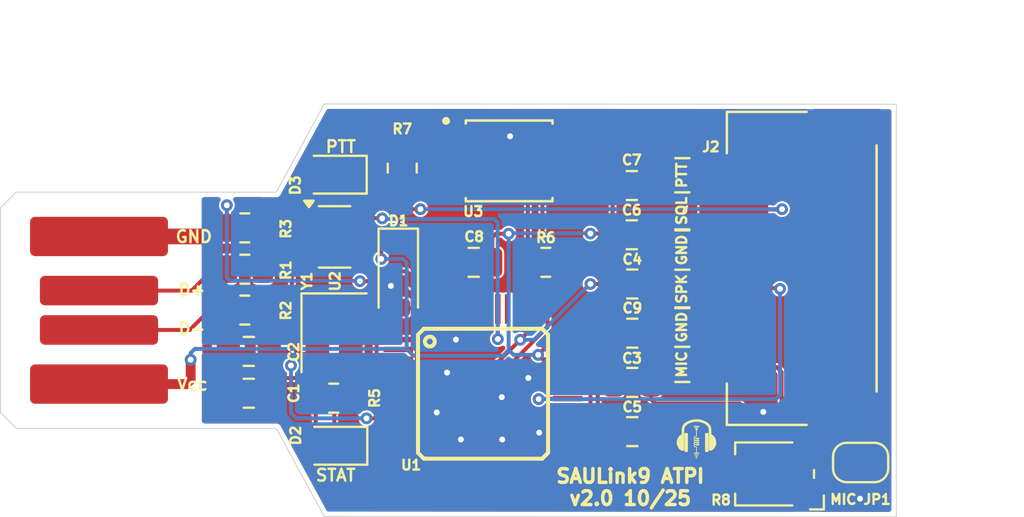
<source format=kicad_pcb>
(kicad_pcb (version 20241229) (generator "pcbnew") (generator_version "9.0")
  (layers (0 "F.Cu" signal) (2 "B.Cu" signal) (13 "F.Paste" user) (15 "B.Paste" user) (5 "F.SilkS" user "F.Silkscreen") (7 "B.SilkS" user "B.Silkscreen") (1 "F.Mask" user) (3 "B.Mask" user) (25 "Edge.Cuts" user))
  (net 0 "")
  (net 1 "Net-(C1-Pad2)")
  (net 2 "Net-(C2-Pad1)")
  (net 3 "Net-(C3-Pad1)")
  (net 4 "Net-(J2-Pad3)")
  (net 5 "Net-(C5-Pad1)")
  (net 6 "Net-(J1-VBUS)")
  (net 7 "Net-(C9-Pad1)")
  (net 8 "Net-(D1-K)")
  (net 9 "Net-(D1-A)")
  (net 10 "Net-(D2-A)")
  (net 11 "Net-(J1-D-)")
  (net 12 "GND")
  (net 13 "Net-(R1-Pad1)")
  (net 14 "Net-(R2-Pad2)")
  (net 15 "Net-(J1-D+)")
  (net 18 "Net-(JP1-A)")
  (net 24 "Net-(R5-Pad2)")
  (net 25 "Net-(R3-Pad2)")
  (net 27 "Net-(U1-Pad42)")
  (net 44 "Net-(J2-Pad6)")
  (net 45 "Net-(R6-Pad1)")
  (net 46 "Net-(R6-Pad2)")
  (net 47 "Net-(JP1-B)")
  (net 48 "Net-(C4-Pad1)")
  (net 49 "Net-(D3-A)")
  (footprint "LOGO" (layer "F.Cu") (at 142.31 95.17)
    (property "Reference" "G10" (hide yes))
    (property "Value" "LOGO" (hide yes))
  )
  (footprint "Capacitor_SMD:C_0805_2012Metric" (layer "F.Cu") (at 139.051252 94.801748)
    (property "Reference" "C5" (at 0 -1.25 0) (layer "F.SilkS") (effects (font (size 0.5 0.5) (thickness 0.125))))
    (property "Value" "4.7uF")
    (pad "1" smd roundrect (at -0.95 0) (size 1 1.45) (layers "F.Cu" "F.Mask" "F.Paste") (net 5 "Net-(C5-Pad1)"))
    (pad "2" smd roundrect (at 0.95 0) (size 1 1.45) (layers "F.Cu" "F.Mask" "F.Paste") (net 12 "GND"))
  )
  (footprint "Resistor_SMD:R_0805_2012Metric" (layer "F.Cu") (at 119.388752 84.451748)
    (property "Reference" "R3" (at 2.0875 0.05 90) (layer "F.SilkS") (effects (font (size 0.5 0.5) (thickness 0.125))))
    (property "Value" "1k5")
    (pad "1" smd roundrect (at -0.9125 0) (size 1.025 1.4) (layers "F.Cu" "F.Mask" "F.Paste") (roundrect_rratio 0.243902) (net 48 "Net-(C4-Pad1)"))
    (pad "2" smd roundrect (at 0.9125 0) (size 1.025 1.4) (layers "F.Cu" "F.Mask" "F.Paste") (roundrect_rratio 0.243902) (net 25 "Net-(R3-Pad2)"))
  )
  (footprint "Resistor_SMD:R_0805_2012Metric" (layer "F.Cu") (at 134.663752 86.201748)
    (property "Reference" "R6" (at 0 -1.25 0) (layer "F.SilkS") (effects (font (size 0.5 0.5) (thickness 0.125))))
    (property "Value" "820")
    (pad "1" smd roundrect (at -0.9125 0) (size 1.025 1.4) (layers "F.Cu" "F.Mask" "F.Paste") (roundrect_rratio 0.243902) (net 45 "Net-(R6-Pad1)"))
    (pad "2" smd roundrect (at 0.9125 0) (size 1.025 1.4) (layers "F.Cu" "F.Mask" "F.Paste") (roundrect_rratio 0.243902) (net 46 "Net-(R6-Pad2)"))
  )
  (footprint "Resistor_SMD:R_0805_2012Metric" (layer "F.Cu") (at 119.388752 88.626748)
    (property "Reference" "R2" (at 2.0875 0.025 90) (layer "F.SilkS") (effects (font (size 0.5 0.5) (thickness 0.125))))
    (property "Value" "22")
    (pad "1" smd roundrect (at -0.9125 0) (size 1.025 1.4) (layers "F.Cu" "F.Mask" "F.Paste") (roundrect_rratio 0.243902) (net 11 "Net-(J1-D-)"))
    (pad "2" smd roundrect (at 0.9125 0) (size 1.025 1.4) (layers "F.Cu" "F.Mask" "F.Paste") (roundrect_rratio 0.243902) (net 14 "Net-(R2-Pad2)"))
  )
  (footprint "Capacitor_SMD:C_0805_2012Metric" (layer "F.Cu") (at 131.001252 86.201748 180)
    (property "Reference" "C8" (at -0.025 1.3 0) (layer "F.SilkS") (effects (font (size 0.5 0.5) (thickness 0.125))))
    (property "Value" "4.7uF")
    (pad "1" smd roundrect (at -0.95 0 180) (size 1 1.45) (layers "F.Cu" "F.Mask" "F.Paste") (net 6 "Net-(J1-VBUS)"))
    (pad "2" smd roundrect (at 0.95 0 180) (size 1 1.45) (layers "F.Cu" "F.Mask" "F.Paste") (net 12 "GND"))
  )
  (footprint "Connector_USB_PCB_Edge:USB_A_PCB_Edge_receptacle" (layer "F.Cu") (at 111.987252 88.637748)
    (property "Reference" "J1" (hide yes))
    (property "Value" "USB_A_PCB_Edge_receptacle")
    (fp_line (start -5 -5.2) (end -5 5.2) (stroke (width 0.05)) (layer "Edge.Cuts"))
    (fp_line (start -5 -5.2) (end -4.2 -6) (stroke (width 0.05)) (layer "Edge.Cuts"))
    (fp_line (start -5 5.2) (end -4.2 6) (stroke (width 0.05)) (layer "Edge.Cuts"))
    (fp_line (start 9 -6) (end -4.2 -6) (stroke (width 0.05)) (layer "Edge.Cuts"))
    (fp_line (start 9 6) (end -4.2 6) (stroke (width 0.05)) (layer "Edge.Cuts"))
    (pad "1" smd roundrect (at 0 3.75) (size 7 2) (layers "F.Cu" "F.Mask") (roundrect_rratio 0.125) (net 6 "Net-(J1-VBUS)"))
    (pad "2" smd roundrect (at 0 1) (size 6 1.5) (layers "F.Cu" "F.Mask") (roundrect_rratio 0.1666666667) (net 11 "Net-(J1-D-)"))
    (pad "3" smd roundrect (at 0 -1) (size 6 1.5) (layers "F.Cu" "F.Mask") (roundrect_rratio 0.1666666667) (net 15 "Net-(J1-D+)"))
    (pad "4" smd roundrect (at 0 -3.75) (size 7 2) (layers "F.Cu" "F.Mask") (roundrect_rratio 0.125) (net 12 "GND"))
  )
  (footprint "Jumper:SolderJumper-2_P1.3mm_Open_RoundedPad1.0x1.5mm" (layer "F.Cu") (at 150.64 96.37 180)
    (property "Reference" "JP1" (hide yes))
    (property "Value" "SolderJumper_2_Open")
    (pad "1" smd custom (at -0.65 0 180) (size 1 0.5) (layers "F.Cu" "F.Mask") (net 18 "Net-(JP1-A)") (options (clearance outline) (anchor rect)) (primitives (gr_circle (center 0 0.25) (end 0.5 0.25) (width 0) (fill yes)) (gr_circle (center 0 -0.25) (end 0.5 -0.25) (width 0) (fill yes)) (gr_poly (pts (xy 0.5 0.75) (xy 0 0.75) (xy 0 -0.75) (xy 0.5 -0.75)) (width 0) (fill yes))))
    (pad "2" smd custom (at 0.65 0 180) (size 1 0.5) (layers "F.Cu" "F.Mask") (net 47 "Net-(JP1-B)") (options (clearance outline) (anchor rect)) (primitives (gr_circle (center 0 0.25) (end 0.5 0.25) (width 0) (fill yes)) (gr_circle (center 0 -0.25) (end 0.5 -0.25) (width 0) (fill yes)) (gr_poly (pts (xy 0 0.75) (xy -0.5 0.75) (xy -0.5 -0.75) (xy 0 -0.75)) (width 0) (fill yes))))
  )
  (footprint "Potentiometer_SMD:Potentiometer_Bourns_TC33X_Vertical" (layer "F.Cu") (at 146.1732 96.9532 180)
    (property "Reference" "R8" (at 2.6214 -1.3236 0) (layer "F.SilkS") (effects (font (size 0.5 0.5) (thickness 0.125))))
    (property "Value" "100k")
    (pad "1" smd rect (at -1.8 -1 180) (size 1.2 1.2) (layers "F.Cu" "F.Mask" "F.Paste") (net 18 "Net-(JP1-A)"))
    (pad "2" smd rect (at 1.45 0 180) (size 1.5 1.6) (layers "F.Cu" "F.Mask" "F.Paste") (net 47 "Net-(JP1-B)"))
    (pad "3" smd rect (at -1.8 1 180) (size 1.2 1.2) (layers "F.Cu" "F.Mask" "F.Paste") (net 12 "GND"))
  )
  (footprint "Resistor_SMD:R_0805_2012Metric" (layer "F.Cu") (at 127.376252 81.414248 -90)
    (property "Reference" "R7" (at -1.9875 0 0) (layer "F.SilkS") (effects (font (size 0.5 0.5) (thickness 0.125))))
    (property "Value" "1.5k")
    (pad "1" smd roundrect (at -0.9125 0 270) (size 1.025 1.4) (layers "F.Cu" "F.Mask" "F.Paste") (roundrect_rratio 0.243902) (net 49 "Net-(D3-A)"))
    (pad "2" smd roundrect (at 0.9125 0 270) (size 1.025 1.4) (layers "F.Cu" "F.Mask" "F.Paste") (roundrect_rratio 0.243902) (net 45 "Net-(R6-Pad1)"))
  )
  (footprint "Capacitor_SMD:C_0805_2012Metric" (layer "F.Cu") (at 139.051252 87.301748)
    (property "Reference" "C4" (at 0 -1.25 0) (layer "F.SilkS") (effects (font (size 0.5 0.5) (thickness 0.125))))
    (property "Value" "4.7uF")
    (pad "1" smd roundrect (at -0.95 0) (size 1 1.45) (layers "F.Cu" "F.Mask" "F.Paste") (net 48 "Net-(C4-Pad1)"))
    (pad "2" smd roundrect (at 0.95 0) (size 1 1.45) (layers "F.Cu" "F.Mask" "F.Paste") (net 12 "GND"))
  )
  (footprint "Capacitor_SMD:C_0805_2012Metric_Pad1.18x1.45mm_HandSolder" (layer "F.Cu") (at 119.588752 90.726748 180)
    (property "Reference" "C2" (at -2.2875 -0.025 90) (layer "F.SilkS") (effects (font (size 0.5 0.5) (thickness 0.125))))
    (property "Value" "20pF")
    (pad "1" smd roundrect (at -1.0375 0 180) (size 1.175 1.45) (layers "F.Cu" "F.Mask" "F.Paste") (roundrect_rratio 0.212766) (net 2 "Net-(C2-Pad1)"))
    (pad "2" smd roundrect (at 1.0375 0 180) (size 1.175 1.45) (layers "F.Cu" "F.Mask" "F.Paste") (roundrect_rratio 0.212766) (net 12 "GND"))
  )
  (footprint "LED_SMD:LED_0805_2012Metric" (layer "F.Cu") (at 123.9175 95.52 180)
    (property "Reference" "D2" (at 1.9475 0.52 90) (layer "F.SilkS") (effects (font (size 0.5 0.5) (thickness 0.125))))
    (property "Value" "LED")
    (pad "1" smd roundrect (at -0.9375 0 180) (size 0.975 1.4) (layers "F.Cu" "F.Mask" "F.Paste") (net 12 "GND"))
    (pad "2" smd roundrect (at 0.9375 0 180) (size 0.975 1.4) (layers "F.Cu" "F.Mask" "F.Paste") (net 10 "Net-(D2-A)"))
  )
  (footprint "Resistor_SMD:R_0805_2012Metric" (layer "F.Cu") (at 123.899852 93.101748)
    (property "Reference" "R5" (at 2.0764 0 90) (layer "F.SilkS") (effects (font (size 0.5 0.5) (thickness 0.125))))
    (property "Value" "1.5k")
    (pad "1" smd roundrect (at -0.9125 0) (size 1.025 1.4) (layers "F.Cu" "F.Mask" "F.Paste") (roundrect_rratio 0.243902) (net 10 "Net-(D2-A)"))
    (pad "2" smd roundrect (at 0.9125 0) (size 1.025 1.4) (layers "F.Cu" "F.Mask" "F.Paste") (roundrect_rratio 0.243902) (net 24 "Net-(R5-Pad2)"))
  )
  (footprint "Capacitor_SMD:C_0805_2012Metric_Pad1.18x1.45mm_HandSolder" (layer "F.Cu") (at 119.588752 92.851748)
    (property "Reference" "C1" (at 2.2875 0 90) (layer "F.SilkS") (effects (font (size 0.5 0.5) (thickness 0.125))))
    (property "Value" "20pF")
    (pad "1" smd roundrect (at -1.0375 0) (size 1.175 1.45) (layers "F.Cu" "F.Mask" "F.Paste") (roundrect_rratio 0.212766) (net 12 "GND"))
    (pad "2" smd roundrect (at 1.0375 0) (size 1.175 1.45) (layers "F.Cu" "F.Mask" "F.Paste") (roundrect_rratio 0.212766) (net 1 "Net-(C1-Pad2)"))
  )
  (footprint "Capacitor_SMD:C_0805_2012Metric" (layer "F.Cu") (at 139.051252 89.801748)
    (property "Reference" "C9" (at 0 -1.275 0) (layer "F.SilkS") (effects (font (size 0.5 0.5) (thickness 0.125))))
    (property "Value" "100nF")
    (pad "1" smd roundrect (at -0.95 0) (size 1 1.45) (layers "F.Cu" "F.Mask" "F.Paste") (net 7 "Net-(C9-Pad1)"))
    (pad "2" smd roundrect (at 0.95 0) (size 1 1.45) (layers "F.Cu" "F.Mask" "F.Paste") (net 12 "GND"))
  )
  (footprint "S6B-PH-SM4:JST_S6B-PH-SM4-TB_LF__SN_" (layer "F.Cu") (at 144.2 86.51 90)
    (property "Reference" "J2" (at 6.1732 -1.1572 0) (layer "F.SilkS") (effects (font (size 0.5 0.5) (thickness 0.125))))
    (property "Value" "S6B-PH-SM4")
    (pad "1" smd rect (at -5 0 90) (size 1 3.5) (layers "F.Cu" "F.Mask" "F.Paste") (net 18 "Net-(JP1-A)"))
    (pad "2" smd rect (at -3 0 90) (size 1 3.5) (layers "F.Cu" "F.Mask" "F.Paste") (net 12 "GND"))
    (pad "3" smd rect (at -1 0 90) (size 1 3.5) (layers "F.Cu" "F.Mask" "F.Paste") (net 4 "Net-(J2-Pad3)"))
    (pad "4" smd rect (at 1 0 90) (size 1 3.5) (layers "F.Cu" "F.Mask" "F.Paste") (net 12 "GND"))
    (pad "5" smd rect (at 3 0 90) (size 1 3.5) (layers "F.Cu" "F.Mask" "F.Paste") (net 8 "Net-(D1-K)"))
    (pad "6" smd rect (at 5 0 90) (size 1 3.5) (layers "F.Cu" "F.Mask" "F.Paste") (net 44 "Net-(J2-Pad6)"))
    (pad "S1" smd rect (at -7.35 5.75 90) (size 1.5 3.4) (layers "F.Cu" "F.Mask" "F.Paste") (net 12 "GND"))
    (pad "S2" smd rect (at 7.35 5.75 90) (size 1.5 3.4) (layers "F.Cu" "F.Mask" "F.Paste") (net 12 "GND"))
  )
  (footprint "EL357N-G-Optokoppler:OPTO_EL357N-G" (layer "F.Cu") (at 132.801252 81.046748)
    (property "Reference" "U3" (at -1.821252 2.573252 0) (layer "F.SilkS") (effects (font (size 0.5 0.5) (thickness 0.125))))
    (property "Value" "EL357N-G")
    (pad "1" smd rect (at -3.175 -1.27) (size 1.5 0.6) (layers "F.Cu" "F.Mask" "F.Paste") (net 46 "Net-(R6-Pad2)"))
    (pad "2" smd rect (at -3.175 1.27) (size 1.5 0.6) (layers "F.Cu" "F.Mask" "F.Paste") (net 12 "GND"))
    (pad "3" smd rect (at 3.175 1.27) (size 1.5 0.6) (layers "F.Cu" "F.Mask" "F.Paste") (net 12 "GND"))
    (pad "4" smd rect (at 3.175 -1.27) (size 1.5 0.6) (layers "F.Cu" "F.Mask" "F.Paste") (net 44 "Net-(J2-Pad6)"))
  )
  (footprint "LED_SMD:LED_0805_2012Metric" (layer "F.Cu") (at 123.8875 81.75 180)
    (property "Reference" "D3" (at 1.9375 -0.54 90) (layer "F.SilkS") (effects (font (size 0.5 0.5) (thickness 0.125))))
    (property "Value" "LED")
    (pad "1" smd roundrect (at -0.9375 0 180) (size 0.975 1.4) (layers "F.Cu" "F.Mask" "F.Paste") (net 12 "GND"))
    (pad "2" smd roundrect (at 0.9375 0 180) (size 0.975 1.4) (layers "F.Cu" "F.Mask" "F.Paste") (net 49 "Net-(D3-A)"))
  )
  (footprint "Resistor_SMD:R_0805_2012Metric" (layer "F.Cu") (at 119.388752 86.551748 180)
    (property "Reference" "R1" (at -2.0875 -0.05 90) (layer "F.SilkS") (effects (font (size 0.5 0.5) (thickness 0.125))))
    (property "Value" "22")
    (pad "1" smd roundrect (at -0.9125 0 180) (size 1.025 1.4) (layers "F.Cu" "F.Mask" "F.Paste") (roundrect_rratio 0.243902) (net 13 "Net-(R1-Pad1)"))
    (pad "2" smd roundrect (at 0.9125 0 180) (size 1.025 1.4) (layers "F.Cu" "F.Mask" "F.Paste") (roundrect_rratio 0.243902) (net 15 "Net-(J1-D+)"))
  )
  (footprint "Capacitor_SMD:C_0805_2012Metric" (layer "F.Cu") (at 139.026252 82.301748)
    (property "Reference" "C7" (at 0 -1.3 0) (layer "F.SilkS") (effects (font (size 0.5 0.5) (thickness 0.125))))
    (property "Value" "4.7uF")
    (pad "1" smd roundrect (at -0.95 0) (size 1 1.45) (layers "F.Cu" "F.Mask" "F.Paste") (net 6 "Net-(J1-VBUS)"))
    (pad "2" smd roundrect (at 0.95 0) (size 1 1.45) (layers "F.Cu" "F.Mask" "F.Paste") (net 12 "GND"))
  )
  (footprint "CM108B:TQFP48" (layer "F.Cu") (at 131.476252 92.876748 90)
    (property "Reference" "U1" (at -3.625 -3.65 0) (layer "F.SilkS") (effects (font (size 0.5 0.5) (thickness 0.125))))
    (property "Value" "CM108B" (hide yes))
    (pad "1" smd rect (at 2.75 -4.3 90) (size 0.28 1.5) (layers "F.Cu" "F.Mask"))
    (pad "2" smd rect (at 2.25 -4.3 90) (size 0.28 1.5) (layers "F.Cu" "F.Mask"))
    (pad "3" smd rect (at 1.75 -4.3 90) (size 0.28 1.5) (layers "F.Cu" "F.Mask"))
    (pad "4" smd rect (at 1.25 -4.3 90) (size 0.28 1.5) (layers "F.Cu" "F.Mask"))
    (pad "5" smd rect (at 0.75 -4.3 90) (size 0.28 1.5) (layers "F.Cu" "F.Mask"))
    (pad "6" smd rect (at 0.25 -4.3 90) (size 0.28 1.5) (layers "F.Cu" "F.Mask"))
    (pad "7" smd rect (at -0.25 -4.3 90) (size 0.28 1.5) (layers "F.Cu" "F.Mask") (net 48 "Net-(C4-Pad1)"))
    (pad "8" smd rect (at -0.75 -4.3 90) (size 0.28 1.5) (layers "F.Cu" "F.Mask") (net 1 "Net-(C1-Pad2)"))
    (pad "9" smd rect (at -1.25 -4.3 90) (size 0.28 1.5) (layers "F.Cu" "F.Mask") (net 2 "Net-(C2-Pad1)"))
    (pad "10" smd rect (at -1.75 -4.3 90) (size 0.28 1.5) (layers "F.Cu" "F.Mask") (net 12 "GND"))
    (pad "11" smd rect (at -2.25 -4.3 90) (size 0.28 1.5) (layers "F.Cu" "F.Mask"))
    (pad "12" smd rect (at -2.75 -4.3 90) (size 0.28 1.5) (layers "F.Cu" "F.Mask") (net 24 "Net-(R5-Pad2)"))
    (pad "13" smd rect (at -4.3 -2.75 90) (size 1.5 0.28) (layers "F.Cu" "F.Mask") (net 45 "Net-(R6-Pad1)"))
    (pad "14" smd rect (at -4.3 -2.25 90) (size 1.5 0.28) (layers "F.Cu" "F.Mask") (net 12 "GND"))
    (pad "15" smd rect (at -4.3 -1.75 90) (size 1.5 0.28) (layers "F.Cu" "F.Mask"))
    (pad "16" smd rect (at -4.3 -1.25 90) (size 1.5 0.28) (layers "F.Cu" "F.Mask") (net 12 "GND"))
    (pad "17" smd rect (at -4.3 -0.75 90) (size 1.5 0.28) (layers "F.Cu" "F.Mask"))
    (pad "18" smd rect (at -4.3 -0.25 90) (size 1.5 0.28) (layers "F.Cu" "F.Mask"))
    (pad "19" smd rect (at -4.3 0.25 90) (size 1.5 0.28) (layers "F.Cu" "F.Mask"))
    (pad "20" smd rect (at -4.3 0.75 90) (size 1.5 0.28) (layers "F.Cu" "F.Mask"))
    (pad "21" smd rect (at -4.3 1.25 90) (size 1.5 0.28) (layers "F.Cu" "F.Mask"))
    (pad "22" smd rect (at -4.3 1.75 90) (size 1.5 0.28) (layers "F.Cu" "F.Mask") (net 12 "GND"))
    (pad "23" smd rect (at -4.3 2.25 90) (size 1.5 0.28) (layers "F.Cu" "F.Mask") (net 12 "GND"))
    (pad "24" smd rect (at -4.3 2.75 90) (size 1.5 0.28) (layers "F.Cu" "F.Mask") (net 12 "GND"))
    (pad "25" smd rect (at -2.75 4.3 90) (size 0.28 1.5) (layers "F.Cu" "F.Mask"))
    (pad "26" smd rect (at -2.25 4.3 90) (size 0.28 1.5) (layers "F.Cu" "F.Mask") (net 5 "Net-(C5-Pad1)"))
    (pad "27" smd rect (at -1.75 4.3 90) (size 0.28 1.5) (layers "F.Cu" "F.Mask") (net 3 "Net-(C3-Pad1)"))
    (pad "28" smd rect (at -1.25 4.3 90) (size 0.28 1.5) (layers "F.Cu" "F.Mask"))
    (pad "29" smd rect (at -0.75 4.3 90) (size 0.28 1.5) (layers "F.Cu" "F.Mask") (net 7 "Net-(C9-Pad1)"))
    (pad "30" smd rect (at -0.25 4.3 90) (size 0.28 1.5) (layers "F.Cu" "F.Mask") (net 4 "Net-(J2-Pad3)"))
    (pad "31" smd rect (at 0.25 4.3 90) (size 0.28 1.5) (layers "F.Cu" "F.Mask"))
    (pad "32" smd rect (at 0.75 4.3 90) (size 0.28 1.5) (layers "F.Cu" "F.Mask"))
    (pad "33" smd rect (at 1.25 4.3 90) (size 0.28 1.5) (layers "F.Cu" "F.Mask") (net 12 "GND"))
    (pad "34" smd rect (at 1.75 4.3 90) (size 0.28 1.5) (layers "F.Cu" "F.Mask") (net 6 "Net-(J1-VBUS)"))
    (pad "35" smd rect (at 2.25 4.3 90) (size 0.28 1.5) (layers "F.Cu" "F.Mask") (net 6 "Net-(J1-VBUS)"))
    (pad "36" smd rect (at 2.75 4.3 90) (size 0.28 1.5) (layers "F.Cu" "F.Mask") (net 12 "GND"))
    (pad "37" smd rect (at 4.3 2.75 90) (size 1.5 0.28) (layers "F.Cu" "F.Mask") (net 48 "Net-(C4-Pad1)"))
    (pad "38" smd rect (at 4.3 2.25 90) (size 1.5 0.28) (layers "F.Cu" "F.Mask") (net 48 "Net-(C4-Pad1)"))
    (pad "39" smd rect (at 4.3 1.75 90) (size 1.5 0.28) (layers "F.Cu" "F.Mask"))
    (pad "40" smd rect (at 4.3 1.25 90) (size 1.5 0.28) (layers "F.Cu" "F.Mask"))
    (pad "41" smd rect (at 4.3 0.75 90) (size 1.5 0.28) (layers "F.Cu" "F.Mask") (net 25 "Net-(R3-Pad2)"))
    (pad "42" smd rect (at 4.3 0.25 90) (size 1.5 0.28) (layers "F.Cu" "F.Mask") (net 27 "Net-(U1-Pad42)"))
    (pad "43" smd rect (at 4.3 -0.25 90) (size 1.5 0.28) (layers "F.Cu" "F.Mask"))
    (pad "44" smd rect (at 4.3 -0.75 90) (size 1.5 0.28) (layers "F.Cu" "F.Mask"))
    (pad "45" smd rect (at 4.3 -1.25 90) (size 1.5 0.28) (layers "F.Cu" "F.Mask"))
    (pad "46" smd rect (at 4.3 -1.75 90) (size 1.5 0.28) (layers "F.Cu" "F.Mask"))
    (pad "47" smd rect (at 4.3 -2.25 90) (size 1.5 0.28) (layers "F.Cu" "F.Mask"))
    (pad "48" smd rect (at 4.3 -2.75 90) (size 1.5 0.28) (layers "F.Cu" "F.Mask") (net 9 "Net-(D1-A)"))
  )
  (footprint "Crystal:Crystal_SMD_3225-4Pin_3.2x2.5mm" (layer "F.Cu") (at 123.913452 89.782148 -90)
    (property "Reference" "Y1" (at -2.632148 1.373452 90) (layer "F.SilkS") (effects (font (size 0.5 0.5) (thickness 0.125))))
    (property "Value" "12Mhz")
    (pad "1" smd rect (at -1.1 0.85 270) (size 1.4 1.2) (layers "F.Cu" "F.Mask" "F.Paste") (net 2 "Net-(C2-Pad1)"))
    (pad "2" smd rect (at 1.1 0.85 270) (size 1.4 1.2) (layers "F.Cu" "F.Mask" "F.Paste") (net 12 "GND"))
    (pad "3" smd rect (at 1.1 -0.85 270) (size 1.4 1.2) (layers "F.Cu" "F.Mask" "F.Paste") (net 1 "Net-(C1-Pad2)"))
    (pad "4" smd rect (at -1.1 -0.85 270) (size 1.4 1.2) (layers "F.Cu" "F.Mask" "F.Paste") (net 12 "GND"))
  )
  (footprint "Capacitor_SMD:C_0805_2012Metric" (layer "F.Cu") (at 139.026252 84.801748)
    (property "Reference" "C6" (at 0 -1.25 0) (layer "F.SilkS") (effects (font (size 0.5 0.5) (thickness 0.125))))
    (property "Value" "4.7uF")
    (pad "1" smd roundrect (at -0.95 0) (size 1 1.45) (layers "F.Cu" "F.Mask" "F.Paste") (net 6 "Net-(J1-VBUS)"))
    (pad "2" smd roundrect (at 0.95 0) (size 1 1.45) (layers "F.Cu" "F.Mask" "F.Paste") (net 12 "GND"))
  )
  (footprint "Capacitor_SMD:C_0805_2012Metric" (layer "F.Cu") (at 139.051252 92.301748)
    (property "Reference" "C3" (at -0.0125 -1.225 0) (layer "F.SilkS") (effects (font (size 0.5 0.5) (thickness 0.125))))
    (property "Value" "1uF")
    (pad "1" smd roundrect (at -0.95 0) (size 1 1.45) (layers "F.Cu" "F.Mask" "F.Paste") (net 3 "Net-(C3-Pad1)"))
    (pad "2" smd roundrect (at 0.95 0) (size 1 1.45) (layers "F.Cu" "F.Mask" "F.Paste") (net 47 "Net-(JP1-B)"))
  )
  (footprint "Package_TO_SOT_SMD:SOT-23-6" (layer "F.Cu") (at 123.9425 84.91)
    (property "Reference" "U2" (at 0.0275 2.25 270) (layer "F.SilkS") (effects (font (size 0.5 0.5) (thickness 0.125))))
    (property "Value" "USBLC6")
    (pad "1" smd roundrect (at -1.1375 -0.95) (size 1.325 0.6) (layers "F.Cu" "F.Mask" "F.Paste") (net 13 "Net-(R1-Pad1)"))
    (pad "2" smd roundrect (at -1.1375 0) (size 1.325 0.6) (layers "F.Cu" "F.Mask" "F.Paste") (net 12 "GND"))
    (pad "3" smd roundrect (at -1.1375 0.95) (size 1.325 0.6) (layers "F.Cu" "F.Mask" "F.Paste") (net 14 "Net-(R2-Pad2)"))
    (pad "4" smd roundrect (at 1.1375 0.95) (size 1.325 0.6) (layers "F.Cu" "F.Mask" "F.Paste") (net 27 "Net-(U1-Pad42)"))
    (pad "5" smd roundrect (at 1.1375 0) (size 1.325 0.6) (layers "F.Cu" "F.Mask" "F.Paste") (net 6 "Net-(J1-VBUS)"))
    (pad "6" smd roundrect (at 1.1375 -0.95) (size 1.325 0.6) (layers "F.Cu" "F.Mask" "F.Paste") (net 25 "Net-(R3-Pad2)"))
  )
  (footprint "Diode_SMD:D_SOD-123" (layer "F.Cu") (at 127.176252 86.851748 -90)
    (property "Reference" "D1" (at -2.751748 -0.013748 0) (layer "F.SilkS") (effects (font (size 0.5 0.5) (thickness 0.125))))
    (property "Value" "BAT43W-V")
    (pad "1" smd roundrect (at -1.65 0 270) (size 0.9 1.2) (layers "F.Cu" "F.Mask" "F.Paste") (net 8 "Net-(D1-K)"))
    (pad "2" smd roundrect (at 1.65 0 270) (size 0.9 1.2) (layers "F.Cu" "F.Mask" "F.Paste") (net 9 "Net-(D1-A)"))
  )
  (gr_line (start 152.45 99.1275) (end 152.45 78.1725) (stroke (width 0.05)) (layer "Edge.Cuts"))
  (gr_line (start 123.417252 99.111748) (end 152.45 99.1275) (stroke (width 0.05)) (layer "Edge.Cuts"))
  (gr_line (start 120.987252 82.637748) (end 123.417252 78.156748) (stroke (width 0.05)) (layer "Edge.Cuts"))
  (gr_line (start 123.417252 78.156748) (end 152.45 78.1725) (stroke (width 0.05)) (layer "Edge.Cuts"))
  (gr_line (start 120.987252 94.637748) (end 123.417252 99.111748) (stroke (width 0.05)) (layer "Edge.Cuts"))
  (gr_text "GND" (at 116.801252 85.251748 0) (layer "F.SilkS") (effects (font (size 0.6 0.6) (thickness 0.125) (bold yes)) (justify bottom)))
  (gr_text "PTT" (at 124.26 80.68 0) (layer "F.SilkS") (effects (font (size 0.6 0.6) (thickness 0.125) (bold yes)) (justify bottom)))
  (gr_text "|SPK|GND|" (at 141.85 88.85 90) (layer "F.SilkS") (effects (font (size 0.5 0.5) (thickness 0.125) (bold yes)) (justify left bottom)))
  (gr_text "Vcc" (at 116.726252 92.751748 0) (layer "F.SilkS") (effects (font (size 0.6 0.6) (thickness 0.125) (bold yes)) (justify bottom)))
  (gr_text "|SQL|PTT| " (at 141.85 84.85 90) (layer "F.SilkS") (effects (font (size 0.5 0.5) (thickness 0.125) (bold yes)) (justify left bottom)))
  (gr_text "SAULink9 ATPI\nv2.0 10/25" (at 138.95 98.6 0) (layer "F.SilkS") (effects (font (size 0.7 0.7) (thickness 0.175) (bold yes)) (justify bottom)))
  (gr_text "MIC JP1" (at 150.63 98.54 0) (layer "F.SilkS") (effects (font (size 0.5 0.5) (thickness 0.125) (bold yes)) (justify bottom)))
  (gr_text "D+" (at 116.701252 87.951748 0) (layer "F.SilkS") (effects (font (size 0.6 0.6) (thickness 0.125) (bold yes)) (justify bottom)))
  (gr_text "D-" (at 116.701252 89.926748 0) (layer "F.SilkS") (effects (font (size 0.6 0.6) (thickness 0.125) (bold yes)) (justify bottom)))
  (gr_text "|MIC|GND|" (at 141.85 92.6 90) (layer "F.SilkS") (effects (font (size 0.5 0.5) (thickness 0.125) (bold yes)) (justify left bottom)))
  (gr_text "STAT\n" (at 124 97.37 0) (layer "F.SilkS") (effects (font (size 0.6 0.6) (thickness 0.125) (bold yes)) (justify bottom)))
  (segment (start 120.626252 92.851748) (end 121.395652 92.082348) (width 0.2) (layer "F.Cu") (net 1))
  (segment (start 125.726252 93.451748) (end 125.726252 92.301748) (width 0.2) (layer "F.Cu") (net 1))
  (segment (start 125.576252 92.151748) (end 125.033052 92.151748) (width 0.2) (layer "F.Cu") (net 1))
  (segment (start 124.563252 92.082348) (end 124.763452 91.882148) (width 0.2) (layer "F.Cu") (net 1))
  (segment (start 124.763452 90.882148) (end 124.763452 91.121648) (width 0.2) (layer "F.Cu") (net 1))
  (segment (start 124.763452 91.121648) (end 124.763452 91.361248) (width 0.2) (layer "F.Cu") (net 1))
  (segment (start 124.763452 91.382148) (end 124.763452 91.361248) (width 0.2) (layer "F.Cu") (net 1))
  (segment (start 125.033052 92.151748) (end 124.763452 91.882148) (width 0.2) (layer "F.Cu") (net 1))
  (segment (start 124.763452 91.832148) (end 124.763452 91.882148) (width 0.2) (layer "F.Cu") (net 1))
  (segment (start 127.176252 93.626748) (end 125.901252 93.626748) (width 0.2) (layer "F.Cu") (net 1))
  (segment (start 125.726252 92.301748) (end 125.576252 92.151748) (width 0.2) (layer "F.Cu") (net 1))
  (segment (start 125.901252 93.626748) (end 125.726252 93.451748) (width 0.2) (layer "F.Cu") (net 1))
  (segment (start 124.763452 91.382148) (end 124.763452 91.832148) (width 0.2) (layer "F.Cu") (net 1))
  (segment (start 121.395652 92.082348) (end 124.563252 92.082348) (width 0.2) (layer "F.Cu") (net 1))
  (segment (start 121.551252 90.726748) (end 120.626252 90.726748) (width 0.2) (layer "F.Cu") (net 2))
  (segment (start 123.063452 88.682148) (end 121.995852 88.682148) (width 0.2) (layer "F.Cu") (net 2))
  (segment (start 121.726252 90.551748) (end 121.551252 90.726748) (width 0.2) (layer "F.Cu") (net 2))
  (segment (start 121.995852 88.682148) (end 121.726252 88.951748) (width 0.2) (layer "F.Cu") (net 2))
  (segment (start 123.063452 88.682148) (end 123.001252 88.619948) (width 0.2) (layer "F.Cu") (net 2))
  (segment (start 121.551252 90.726748) (end 121.729252 90.904748) (width 0.2) (layer "F.Cu") (net 2))
  (segment (start 121.729252 90.904748) (end 121.729252 91.443048) (width 0.2) (layer "F.Cu") (net 2))
  (segment (start 127.176252 94.126748) (end 125.561752 94.126748) (width 0.2) (layer "F.Cu") (net 2))
  (segment (start 121.726252 88.951748) (end 121.726252 90.551748) (width 0.2) (layer "F.Cu") (net 2))
  (via (at 121.729252 91.443048) (size 0.6) (drill 0.3) (layers "F.Cu" "B.Cu") (net 2))
  (via (at 125.561752 94.126748) (size 0.6) (drill 0.3) (layers "F.Cu" "B.Cu") (net 2))
  (segment (start 125.561752 94.126748) (end 122.001252 94.126748) (width 0.2) (layer "B.Cu") (net 2))
  (segment (start 122.001252 94.126748) (end 121.729252 93.854748) (width 0.2) (layer "B.Cu") (net 2))
  (segment (start 121.729252 93.854748) (end 121.729252 91.443048) (width 0.2) (layer "B.Cu") (net 2))
  (segment (start 137.45 92.3) (end 137.451748 92.301748) (width 0.2) (layer "F.Cu") (net 3))
  (segment (start 137.3 92.45) (end 137.45 92.3) (width 0.2) (layer "F.Cu") (net 3))
  (segment (start 135.776252 94.626748) (end 137.123252 94.626748) (width 0.2) (layer "F.Cu") (net 3))
  (segment (start 137.123252 94.626748) (end 137.3 94.45) (width 0.2) (layer "F.Cu") (net 3))
  (segment (start 137.3 94.45) (end 137.3 92.45) (width 0.2) (layer "F.Cu") (net 3))
  (segment (start 137.451748 92.301748) (end 138.101252 92.301748) (width 0.2) (layer "F.Cu") (net 3))
  (segment (start 144.3072 87.5232) (end 144.3204 87.51) (width 0.2) (layer "F.Cu") (net 4))
  (segment (start 134.323252 93.126748) (end 135.776252 93.126748) (width 0.2) (layer "F.Cu") (net 4))
  (segment (start 134.276748 93.126748) (end 134.3 93.15) (width 0.2) (layer "F.Cu") (net 4))
  (segment (start 144.3204 87.51) (end 146.51 87.51) (width 0.2) (layer "F.Cu") (net 4))
  (segment (start 134.3 93.15) (end 134.323252 93.126748) (width 0.2) (layer "F.Cu") (net 4))
  (segment (start 146.51 87.51) (end 146.55 87.55) (width 0.2) (layer "F.Cu") (net 4))
  (via (at 134.3 93.15) (size 0.6) (drill 0.3) (layers "F.Cu" "B.Cu") (net 4))
  (via (at 146.55 87.55) (size 0.6) (drill 0.3) (layers "F.Cu" "B.Cu") (net 4))
  (segment (start 146.55 92.95) (end 146.35 93.15) (width 0.2) (layer "B.Cu") (net 4))
  (segment (start 146.35 93.15) (end 134.3 93.15) (width 0.2) (layer "B.Cu") (net 4))
  (segment (start 146.55 87.55) (end 146.55 92.95) (width 0.2) (layer "B.Cu") (net 4))
  (segment (start 135.776252 95.126748) (end 137.701252 95.126748) (width 0.2) (layer "F.Cu") (net 5))
  (segment (start 137.701252 95.126748) (end 138.026252 94.801748) (width 0.2) (layer "F.Cu") (net 5))
  (segment (start 125.08 84.91) (end 126.08 84.91) (width 0.2) (layer "F.Cu") (net 6))
  (segment (start 136.926252 84.739748) (end 137.989252 84.739748) (width 0.2) (layer "F.Cu") (net 6))
  (segment (start 132.126252 84.750496) (end 131.951252 84.925496) (width 0.2) (layer "F.Cu") (net 6))
  (segment (start 134.276252 90.901748) (end 134.501252 91.126748) (width 0.2) (layer "F.Cu") (net 6))
  (segment (start 132.776252 84.750496) (end 132.126252 84.750496) (width 0.2) (layer "F.Cu") (net 6))
  (segment (start 134.551252 90.626748) (end 135.776252 90.626748) (width 0.2) (layer "F.Cu") (net 6))
  (segment (start 126.31 85.14) (end 126.31 86.03) (width 0.2) (layer "F.Cu") (net 6))
  (segment (start 116.415252 92.387748) (end 111.987252 92.387748) (width 0.5) (layer "F.Cu") (net 6))
  (segment (start 126.08 84.91) (end 126.31 85.14) (width 0.2) (layer "F.Cu") (net 6))
  (segment (start 134.276252 90.901748) (end 134.551252 90.626748) (width 0.2) (layer "F.Cu") (net 6))
  (segment (start 138.051252 84.677748) (end 138.051252 82.301748) (width 0.2) (layer "F.Cu") (net 6))
  (segment (start 116.638752 92.164248) (end 116.415252 92.387748) (width 0.5) (layer "F.Cu") (net 6))
  (segment (start 116.638752 91.15) (end 116.638752 92.164248) (width 0.5) (layer "F.Cu") (net 6))
  (segment (start 137.989252 84.739748) (end 138.051252 84.801748) (width 0.2) (layer "F.Cu") (net 6))
  (segment (start 137.989252 84.739748) (end 138.051252 84.677748) (width 0.2) (layer "F.Cu") (net 6))
  (segment (start 134.501252 91.126748) (end 135.776252 91.126748) (width 0.2) (layer "F.Cu") (net 6))
  (segment (start 131.951252 84.925496) (end 131.951252 86.201748) (width 0.2) (layer "F.Cu") (net 6))
  (via (at 126.31 86.03) (size 0.6) (drill 0.3) (layers "F.Cu" "B.Cu") (net 6))
  (via (at 136.926252 84.739748) (size 0.6) (drill 0.3) (layers "F.Cu" "B.Cu") (net 6))
  (via (at 116.638752 91.15) (size 0.6) (drill 0.3) (layers "F.Cu" "B.Cu") (net 6))
  (via (at 132.776252 84.750496) (size 0.6) (drill 0.3) (layers "F.Cu" "B.Cu") (net 6))
  (via (at 134.276252 90.901748) (size 0.6) (drill 0.3) (layers "F.Cu" "B.Cu") (net 6))
  (segment (start 127.6 86.23) (end 127.6 90.6) (width 0.2) (layer "B.Cu") (net 6))
  (segment (start 136.926252 84.739748) (end 136.776252 84.739748) (width 0.2) (layer "B.Cu") (net 6))
  (segment (start 127.95 90.95) (end 127.6 90.6) (width 0.2) (layer "B.Cu") (net 6))
  (segment (start 133.026252 90.901748) (end 132.776252 90.651748) (width 0.2) (layer "B.Cu") (net 6))
  (segment (start 132.8 84.726748) (end 136.913252 84.726748) (width 0.2) (layer "B.Cu") (net 6))
  (segment (start 132.776252 90.651748) (end 132.478 90.95) (width 0.2) (layer "B.Cu") (net 6))
  (segment (start 116.85 90.6) (end 127.6 90.6) (width 0.2) (layer "B.Cu") (net 6))
  (segment (start 116.638752 90.811248) (end 116.85 90.6) (width 0.2) (layer "B.Cu") (net 6))
  (segment (start 126.31 86.03) (end 127.4 86.03) (width 0.2) (layer "B.Cu") (net 6))
  (segment (start 132.776252 84.750496) (end 132.8 84.726748) (width 0.2) (layer "B.Cu") (net 6))
  (segment (start 132.776252 84.750496) (end 132.776252 90.651748) (width 0.2) (layer "B.Cu") (net 6))
  (segment (start 134.276252 90.901748) (end 133.026252 90.901748) (width 0.2) (layer "B.Cu") (net 6))
  (segment (start 116.638752 91.15) (end 116.638752 90.811248) (width 0.2) (layer "B.Cu") (net 6))
  (segment (start 136.913252 84.726748) (end 136.926252 84.739748) (width 0.2) (layer "B.Cu") (net 6))
  (segment (start 127.4 86.03) (end 127.6 86.23) (width 0.2) (layer "B.Cu") (net 6))
  (segment (start 132.478 90.95) (end 127.95 90.95) (width 0.2) (layer "B.Cu") (net 6))
  (segment (start 136.926252 93.473748) (end 136.926252 90.023748) (width 0.2) (layer "F.Cu") (net 7))
  (segment (start 136.926252 90.023748) (end 137.148252 89.801748) (width 0.2) (layer "F.Cu") (net 7))
  (segment (start 137.148252 89.801748) (end 138.101252 89.801748) (width 0.2) (layer "F.Cu") (net 7))
  (segment (start 136.773252 93.626748) (end 136.926252 93.473748) (width 0.2) (layer "F.Cu") (net 7))
  (segment (start 135.776252 93.626748) (end 136.773252 93.626748) (width 0.2) (layer "F.Cu") (net 7))
  (segment (start 146.6732 83.5232) (end 146.7232 83.5232) (width 0.2) (layer "F.Cu") (net 8))
  (segment (start 146.65 83.5) (end 146.6732 83.5232) (width 0.2) (layer "F.Cu") (net 8))
  (segment (start 146.75 83.55) (end 146.7232 83.5232) (width 0.2) (layer "F.Cu") (net 8))
  (segment (start 127.4 83.5) (end 127.176252 83.723748) (width 0.2) (layer "F.Cu") (net 8))
  (segment (start 128.3 83.5) (end 127.4 83.5) (width 0.2) (layer "F.Cu") (net 8))
  (segment (start 127.176252 83.723748) (end 127.176252 85.201748) (width 0.2) (layer "F.Cu") (net 8))
  (segment (start 144.3072 83.5232) (end 146.6268 83.5232) (width 0.2) (layer "F.Cu") (net 8))
  (segment (start 146.6268 83.5232) (end 146.65 83.5) (width 0.2) (layer "F.Cu") (net 8))
  (via (at 146.65 83.5) (size 0.6) (drill 0.3) (layers "F.Cu" "B.Cu") (net 8))
  (via (at 128.3 83.5) (size 0.6) (drill 0.3) (layers "F.Cu" "B.Cu") (net 8))
  (segment (start 128.3 83.5) (end 146.65 83.5) (width 0.2) (layer "B.Cu") (net 8))
  (segment (start 127.176252 88.501748) (end 127.214504 88.54) (width 0.2) (layer "F.Cu") (net 9))
  (segment (start 128.689504 88.54) (end 128.726252 88.576748) (width 0.2) (layer "F.Cu") (net 9))
  (segment (start 127.214504 88.54) (end 128.689504 88.54) (width 0.2) (layer "F.Cu") (net 9))
  (segment (start 122.987352 95.261148) (end 122.987352 93.101748) (width 0.2) (layer "F.Cu") (net 10))
  (segment (start 122.962352 95.286148) (end 122.987352 95.261148) (width 0.2) (layer "F.Cu") (net 10))
  (segment (start 116.590252 89.637748) (end 117.601252 88.626748) (width 0.2) (layer "F.Cu") (net 11))
  (segment (start 117.601252 88.626748) (end 118.476252 88.626748) (width 0.2) (layer "F.Cu") (net 11))
  (segment (start 111.987252 89.637748) (end 116.590252 89.637748) (width 0.2) (layer "F.Cu") (net 11))
  (segment (start 124.763452 88.682148) (end 124.763452 88.638948) (width 0.2) (layer "F.Cu") (net 12))
  (segment (start 140.160552 90.388948) (end 140.176252 90.388948) (width 0.2) (layer "F.Cu") (net 12))
  (segment (start 125.7 95.52) (end 125.84 95.38) (width 0.2) (layer "F.Cu") (net 12))
  (segment (start 117.465252 84.887748) (end 117.476252 84.876748) (width 0.2) (layer "F.Cu") (net 12))
  (segment (start 125.84 94.78) (end 125.993252 94.626748) (width 0.2) (layer "F.Cu") (net 12))
  (segment (start 140.176252 89.801748) (end 139.951252 89.576748) (width 0.2) (layer "F.Cu") (net 12))
  (segment (start 111.987252 84.887748) (end 117.465252 84.887748) (width 0.8) (layer "F.Cu") (net 12))
  (segment (start 112.073252 84.801748) (end 111.987252 84.887748) (width 0.2) (layer "F.Cu") (net 12))
  (segment (start 133.226252 97.176748) (end 133.226252 96.681548) (width 0.2) (layer "F.Cu") (net 12))
  (segment (start 139.951252 82.087348) (end 139.951252 82.301748) (width 0.2) (layer "F.Cu") (net 12))
  (segment (start 125.993252 94.626748) (end 127.176252 94.626748) (width 0.2) (layer "F.Cu") (net 12))
  (segment (start 124.855 95.52) (end 125.7 95.52) (width 0.2) (layer "F.Cu") (net 12))
  (segment (start 133.726252 97.176748) (end 133.726252 96.651648) (width 0.2) (layer "F.Cu") (net 12))
  (segment (start 125.84 95.38) (end 125.84 94.78) (width 0.2) (layer "F.Cu") (net 12))
  (segment (start 134.226252 97.176748) (end 134.226252 96.651648) (width 0.2) (layer "F.Cu") (net 12))
  (segment (start 140.176252 90.388948) (end 140.176252 89.801748) (width 0.2) (layer "F.Cu") (net 12))
  (segment (start 133.226252 96.681548) (end 133.226252 96.651648) (width 0.2) (layer "F.Cu") (net 12))
  (via (at 126.8 87.4) (size 0.6) (drill 0.3) (layers "F.Cu" "B.Cu") (net 12))
  (via (at 129.651252 91.801748) (size 0.6) (drill 0.3) (layers "F.Cu" "B.Cu") (net 12))
  (via (at 145.7 93.8) (size 0.6) (drill 0.3) (layers "F.Cu" "B.Cu") (net 12))
  (via (at 150.61 98.21) (size 0.6) (drill 0.3) (layers "F.Cu" "B.Cu") (net 12))
  (via (at 130.351252 95.201748) (size 0.6) (drill 0.3) (layers "F.Cu" "B.Cu") (net 12))
  (via (at 132.426252 93.051748) (size 0.6) (drill 0.3) (layers "F.Cu" "B.Cu") (net 12))
  (via (at 129.126252 93.826748) (size 0.6) (drill 0.3) (layers "F.Cu" "B.Cu") (net 12))
  (via (at 133.776252 92.076748) (size 0.6) (drill 0.3) (layers "F.Cu" "B.Cu") (net 12))
  (via (at 132.451252 95.201748) (size 0.6) (drill 0.3) (layers "F.Cu" "B.Cu") (net 12))
  (via (at 130.101252 90.126748) (size 0.6) (drill 0.3) (layers "F.Cu" "B.Cu") (net 12))
  (via (at 134.326252 94.851748) (size 0.6) (drill 0.3) (layers "F.Cu" "B.Cu") (net 12))
  (via (at 132.85 79.8) (size 0.6) (drill 0.3) (layers "F.Cu" "B.Cu") (net 12))
  (segment (start 121.376252 84.26) (end 121.376252 84.17) (width 0.2) (layer "F.Cu") (net 13))
  (segment (start 121.586252 83.96) (end 121.376252 84.17) (width 0.2) (layer "F.Cu") (net 13))
  (segment (start 121.376252 86.401748) (end 121.226252 86.551748) (width 0.2) (layer "F.Cu") (net 13))
  (segment (start 121.376252 84.17) (end 121.376252 86.401748) (width 0.2) (layer "F.Cu") (net 13))
  (segment (start 121.226252 86.551748) (end 120.301252 86.551748) (width 0.2) (layer "F.Cu") (net 13))
  (segment (start 122.805 83.96) (end 121.586252 83.96) (width 0.2) (layer "F.Cu") (net 13))
  (segment (start 121.776252 88.373748) (end 121.523252 88.626748) (width 0.2) (layer "F.Cu") (net 14))
  (segment (start 121.776252 86.03) (end 121.776252 88.373748) (width 0.2) (layer "F.Cu") (net 14))
  (segment (start 121.946252 85.86) (end 121.776252 86.03) (width 0.2) (layer "F.Cu") (net 14))
  (segment (start 121.523252 88.626748) (end 120.301252 88.626748) (width 0.2) (layer "F.Cu") (net 14))
  (segment (start 122.805 85.86) (end 121.946252 85.86) (width 0.2) (layer "F.Cu") (net 14))
  (segment (start 116.690252 87.637748) (end 111.987252 87.637748) (width 0.2) (layer "F.Cu") (net 15))
  (segment (start 118.476252 86.551748) (end 117.776252 86.551748) (width 0.2) (layer "F.Cu") (net 15))
  (segment (start 117.776252 86.551748) (end 116.690252 87.637748) (width 0.2) (layer "F.Cu") (net 15))
  (segment (start 148.79 98.2) (end 148.22 98.2) (width 0.2) (layer "F.Cu") (net 18))
  (segment (start 151.29 97.21) (end 151.14 97.36) (width 0.2) (layer "F.Cu") (net 18))
  (segment (start 151.14 97.36) (end 149.08 97.36) (width 0.2) (layer "F.Cu") (net 18))
  (segment (start 146.3732 91.5232) (end 146.6268 91.7768) (width 0.2) (layer "F.Cu") (net 18))
  (segment (start 151.3 96.36) (end 151.29 96.37) (width 0.2) (layer "F.Cu") (net 18))
  (segment (start 146.853 95.053) (end 151.093 95.053) (width 0.2) (layer "F.Cu") (net 18))
  (segment (start 144.3072 91.5232) (end 146.3732 91.5232) (width 0.2) (layer "F.Cu") (net 18))
  (segment (start 146.6268 91.7768) (end 146.6268 94.8268) (width 0.2) (layer "F.Cu") (net 18))
  (segment (start 148.22 98.2) (end 147.9732 97.9532) (width 0.2) (layer "F.Cu") (net 18))
  (segment (start 151.093 95.053) (end 151.3 95.26) (width 0.2) (layer "F.Cu") (net 18))
  (segment (start 149.08 97.36) (end 148.89 97.55) (width 0.2) (layer "F.Cu") (net 18))
  (segment (start 151.3 95.26) (end 151.3 96.36) (width 0.2) (layer "F.Cu") (net 18))
  (segment (start 148.89 98.1) (end 148.79 98.2) (width 0.2) (layer "F.Cu") (net 18))
  (segment (start 146.6268 94.8268) (end 146.853 95.053) (width 0.2) (layer "F.Cu") (net 18))
  (segment (start 148.89 97.55) (end 148.89 98.1) (width 0.2) (layer "F.Cu") (net 18))
  (segment (start 151.29 96.37) (end 151.29 97.21) (width 0.2) (layer "F.Cu") (net 18))
  (segment (start 127.176252 95.626748) (end 127.176252 96.413748) (width 0.2) (layer "F.Cu") (net 24))
  (segment (start 126.99 96.6) (end 124.16 96.6) (width 0.2) (layer "F.Cu") (net 24))
  (segment (start 124.16 96.6) (end 123.926252 96.366252) (width 0.2) (layer "F.Cu") (net 24))
  (segment (start 124.098252 93.101748) (end 124.812352 93.101748) (width 0.2) (layer "F.Cu") (net 24))
  (segment (start 123.926252 96.366252) (end 123.926252 93.273748) (width 0.2) (layer "F.Cu") (net 24))
  (segment (start 123.926252 93.273748) (end 124.098252 93.101748) (width 0.2) (layer "F.Cu") (net 24))
  (segment (start 127.176252 96.413748) (end 126.99 96.6) (width 0.2) (layer "F.Cu") (net 24))
  (segment (start 125.08 83.96) (end 125.1 83.94) (width 0.2) (layer "F.Cu") (net 25))
  (segment (start 126.25 83.96) (end 126.28 83.99) (width 0.2) (layer "F.Cu") (net 25))
  (segment (start 125.1 83.36) (end 124.913185 83.173185) (width 0.2) (layer "F.Cu") (net 25))
  (segment (start 120.301252 83.378748) (end 120.301252 84.451748) (width 0.2) (layer "F.Cu") (net 25))
  (segment (start 124.913185 83.173185) (end 120.506815 83.173185) (width 0.2) (layer "F.Cu") (net 25))
  (segment (start 132.226252 90.101748) (end 132.226252 88.576748) (width 0.2) (layer "F.Cu") (net 25))
  (segment (start 125.1 83.94) (end 125.1 83.36) (width 0.2) (layer "F.Cu") (net 25))
  (segment (start 125.08 83.96) (end 126.25 83.96) (width 0.2) (layer "F.Cu") (net 25))
  (segment (start 120.506815 83.173185) (end 120.301252 83.378748) (width 0.2) (layer "F.Cu") (net 25))
  (via (at 132.226252 90.101748) (size 0.6) (drill 0.3) (layers "F.Cu" "B.Cu") (net 25))
  (via (at 126.36 83.97) (size 0.6) (drill 0.3) (layers "F.Cu" "B.Cu") (net 25))
  (segment (start 126.391 84.001) (end 126.36 83.97) (width 0.2) (layer "B.Cu") (net 25))
  (segment (start 132.22 84.18) (end 132.041 84.001) (width 0.2) (layer "B.Cu") (net 25))
  (segment (start 132.22 90.095496) (end 132.22 84.18) (width 0.2) (layer "B.Cu") (net 25))
  (segment (start 126.36 83.97) (end 126.38 83.99) (width 0.2) (layer "B.Cu") (net 25))
  (segment (start 132.041 84.001) (end 126.391 84.001) (width 0.2) (layer "B.Cu") (net 25))
  (segment (start 132.226252 90.101748) (end 132.22 90.095496) (width 0.2) (layer "B.Cu") (net 25))
  (segment (start 127.95 87.52) (end 131.644504 87.52) (width 0.2) (layer "F.Cu") (net 27))
  (segment (start 127.776252 86.826252) (end 127.776252 87.346252) (width 0.2) (layer "F.Cu") (net 27))
  (segment (start 127.776252 87.346252) (end 127.95 87.52) (width 0.2) (layer "F.Cu") (net 27))
  (segment (start 125.08 85.86) (end 125.08 86.51) (width 0.2) (layer "F.Cu") (net 27))
  (segment (start 125.08 86.51) (end 125.229 86.659) (width 0.2) (layer "F.Cu") (net 27))
  (segment (start 127.609 86.659) (end 127.776252 86.826252) (width 0.2) (layer "F.Cu") (net 27))
  (segment (start 125.229 86.659) (end 127.609 86.659) (width 0.2) (layer "F.Cu") (net 27))
  (segment (start 131.644504 87.52) (end 131.726252 87.601748) (width 0.2) (layer "F.Cu") (net 27))
  (segment (start 131.726252 87.601748) (end 131.726252 88.576748) (width 0.2) (layer "F.Cu") (net 27))
  (segment (start 135.761252 79.776748) (end 135.976252 79.776748) (width 0.2) (layer "F.Cu") (net 44))
  (segment (start 144.026748 79.776748) (end 144.3072 80.0572) (width 0.2) (layer "F.Cu") (net 44))
  (segment (start 135.751252 79.786748) (end 135.761252 79.776748) (width 0.2) (layer "F.Cu") (net 44))
  (segment (start 135.976252 79.776748) (end 136.001252 79.801748) (width 0.2) (layer "F.Cu") (net 44))
  (segment (start 144.3072 80.0572) (end 144.3072 81.5232) (width 0.2) (layer "F.Cu") (net 44))
  (segment (start 135.976252 79.776748) (end 144.026748 79.776748) (width 0.2) (layer "F.Cu") (net 44))
  (segment (start 134.751252 89.490948) (end 134.751252 86.476748) (width 0.2) (layer "F.Cu") (net 45))
  (segment (start 127.376252 82.323748) (end 128.42 81.28) (width 0.2) (layer "F.Cu") (net 45))
  (segment (start 128.726252 97.176748) (end 128.726252 95.515948) (width 0.2) (layer "F.Cu") (net 45))
  (segment (start 128.726252 95.515948) (end 134.751252 89.490948) (width 0.2) (layer "F.Cu") (net 45))
  (segment (start 133.57 81.28) (end 133.751252 81.461252) (width 0.2) (layer "F.Cu") (net 45))
  (segment (start 133.751252 81.461252) (end 133.751252 86.201748) (width 0.2) (layer "F.Cu") (net 45))
  (segment (start 127.376252 82.326748) (end 127.376252 82.323748) (width 0.2) (layer "F.Cu") (net 45))
  (segment (start 128.42 81.28) (end 133.57 81.28) (width 0.2) (layer "F.Cu") (net 45))
  (segment (start 134.476252 86.201748) (end 133.751252 86.201748) (width 0.2) (layer "F.Cu") (net 45))
  (segment (start 134.751252 86.476748) (end 134.476252 86.201748) (width 0.2) (layer "F.Cu") (net 45))
  (segment (start 129.626252 79.776748) (end 129.626252 80.396252) (width 0.2) (layer "F.Cu") (net 46))
  (segment (start 134.226252 80.576252) (end 134.49 80.84) (width 0.2) (layer "F.Cu") (net 46))
  (segment (start 129.806252 80.576252) (end 134.226252 80.576252) (width 0.2) (layer "F.Cu") (net 46))
  (segment (start 134.49 85.41) (end 135.281748 86.201748) (width 0.2) (layer "F.Cu") (net 46))
  (segment (start 134.49 80.84) (end 134.49 85.41) (width 0.2) (layer "F.Cu") (net 46))
  (segment (start 135.281748 86.201748) (end 135.576252 86.201748) (width 0.2) (layer "F.Cu") (net 46))
  (segment (start 129.626252 80.396252) (end 129.806252 80.576252) (width 0.2) (layer "F.Cu") (net 46))
  (segment (start 144.5 93.37) (end 140.21 93.37) (width 0.2) (layer "F.Cu") (net 47))
  (segment (start 144.7232 93.5932) (end 144.5 93.37) (width 0.2) (layer "F.Cu") (net 47))
  (segment (start 140.001252 93.161252) (end 140.001252 92.551012) (width 0.2) (layer "F.Cu") (net 47))
  (segment (start 149.4068 96.9532) (end 149.99 96.37) (width 0.2) (layer "F.Cu") (net 47))
  (segment (start 140.001252 92.551012) (end 139.87662 92.42638) (width 0.2) (layer "F.Cu") (net 47))
  (segment (start 144.7232 96.9532) (end 144.7232 93.5932) (width 0.2) (layer "F.Cu") (net 47))
  (segment (start 140.21 93.37) (end 140.001252 93.161252) (width 0.2) (layer "F.Cu") (net 47))
  (segment (start 144.7232 96.9532) (end 149.4068 96.9532) (width 0.2) (layer "F.Cu") (net 47))
  (segment (start 136.926252 87.301748) (end 138.101252 87.301748) (width 0.2) (layer "F.Cu") (net 48))
  (segment (start 134.226252 88.576748) (end 134.226252 87.601748) (width 0.2) (layer "F.Cu") (net 48))
  (segment (start 134.226252 87.601748) (end 134.151252 87.526748) (width 0.2) (layer "F.Cu") (net 48))
  (segment (start 133.801252 87.526748) (end 133.776252 87.551748) (width 0.2) (layer "F.Cu") (net 48))
  (segment (start 126.076252 87.456252) (end 126.076252 93.001748) (width 0.2) (layer "F.Cu") (net 48))
  (segment (start 125.23 87.16) (end 125.78 87.16) (width 0.2) (layer "F.Cu") (net 48))
  (segment (start 118.398052 84.373548) (end 118.476252 84.451748) (width 0.2) (layer "F.Cu") (net 48))
  (segment (start 125.78 87.16) (end 126.076252 87.456252) (width 0.2) (layer "F.Cu") (net 48))
  (segment (start 118.476252 83.301748) (end 118.476252 84.451748) (width 0.2) (layer "F.Cu") (net 48))
  (segment (start 133.726252 88.576748) (end 133.726252 89.776748) (width 0.2) (layer "F.Cu") (net 48))
  (segment (start 134.151252 87.526748) (end 133.801252 87.526748) (width 0.2) (layer "F.Cu") (net 48))
  (segment (start 126.201252 93.126748) (end 127.176252 93.126748) (width 0.2) (layer "F.Cu") (net 48))
  (segment (start 133.776252 87.551748) (end 133.726252 87.601748) (width 0.2) (layer "F.Cu") (net 48))
  (segment (start 138.051252 86.726748) (end 138.051252 87.301748) (width 0.2) (layer "F.Cu") (net 48))
  (segment (start 133.726252 89.776748) (end 133.363752 90.139248) (width 0.2) (layer "F.Cu") (net 48))
  (segment (start 133.726252 88.839248) (end 133.726252 89.101748) (width 0.2) (layer "F.Cu") (net 48))
  (segment (start 133.726252 88.839248) (end 133.726252 88.576748) (width 0.2) (layer "F.Cu") (net 48))
  (segment (start 133.363752 90.139248) (end 130.376252 93.126748) (width 0.2) (layer "F.Cu") (net 48))
  (segment (start 133.726252 88.576748) (end 133.726252 87.601748) (width 0.2) (layer "F.Cu") (net 48))
  (segment (start 130.376252 93.126748) (end 127.176252 93.126748) (width 0.2) (layer "F.Cu") (net 48))
  (segment (start 126.076252 93.001748) (end 126.201252 93.126748) (width 0.2) (layer "F.Cu") (net 48))
  (via (at 136.926252 87.301748) (size 0.6) (drill 0.3) (layers "F.Cu" "B.Cu") (net 48))
  (via (at 133.363752 90.139248) (size 0.6) (drill 0.3) (layers "F.Cu" "B.Cu") (net 48))
  (via (at 118.476252 83.301748) (size 0.6) (drill 0.3) (layers "F.Cu" "B.Cu") (net 48))
  (via (at 125.23 87.16) (size 0.6) (drill 0.3) (layers "F.Cu" "B.Cu") (net 48))
  (segment (start 118.64 87.14) (end 118.476252 86.976252) (width 0.2) (layer "B.Cu") (net 48))
  (segment (start 125.21 87.14) (end 118.64 87.14) (width 0.2) (layer "B.Cu") (net 48))
  (segment (start 136.801252 87.301748) (end 136.901252 87.301748) (width 0.2) (layer "B.Cu") (net 48))
  (segment (start 136.901252 87.301748) (end 134.063752 90.139248) (width 0.2) (layer "B.Cu") (net 48))
  (segment (start 134.063752 90.139248) (end 133.363752 90.139248) (width 0.2) (layer "B.Cu") (net 48))
  (segment (start 125.23 87.16) (end 125.21 87.14) (width 0.2) (layer "B.Cu") (net 48))
  (segment (start 118.476252 86.976252) (end 118.476252 83.301748) (width 0.2) (layer "B.Cu") (net 48))
  (segment (start 126.13 80.72) (end 126.348252 80.501748) (width 0.2) (layer "F.Cu") (net 49))
  (segment (start 124.25 82.78) (end 125.9 82.78) (width 0.2) (layer "F.Cu") (net 49))
  (segment (start 124.1 81.96) (end 124.1 82.63) (width 0.2) (layer "F.Cu") (net 49))
  (segment (start 125.9 82.78) (end 126.13 82.55) (width 0.2) (layer "F.Cu") (net 49))
  (segment (start 126.13 82.55) (end 126.13 80.72) (width 0.2) (layer "F.Cu") (net 49))
  (segment (start 123.13 81.75) (end 123.89 81.75) (width 0.2) (layer "F.Cu") (net 49))
  (segment (start 126.348252 80.501748) (end 127.376252 80.501748) (width 0.2) (layer "F.Cu") (net 49))
  (segment (start 123.89 81.75) (end 124.1 81.96) (width 0.2) (layer "F.Cu") (net 49))
  (segment (start 124.1 82.63) (end 124.25 82.78) (width 0.2) (layer "F.Cu") (net 49))
  (zone (net 12) (net_name "GND") (layer "F.Cu") (connect_pads (clearance 0)) (min_thickness 0.25) (fill yes (thermal_gap 0.25) (thermal_bridge_width 0.25))
    (polygon (pts (xy 117.226252 99.101748) (xy 153.26 99.1) (xy 153.246252 78.16) (xy 117.24 78.16)))
  )
  (zone (net 12) (net_name "GND") (layer "B.Cu") (connect_pads (clearance 0)) (min_thickness 0.25) (fill yes (thermal_gap 0.5) (thermal_bridge_width 0.5))
    (polygon (pts (xy 117.21 99.11) (xy 153.26 99.1) (xy 153.256252 78.16) (xy 117.19 78.17)))
  )
)
</source>
